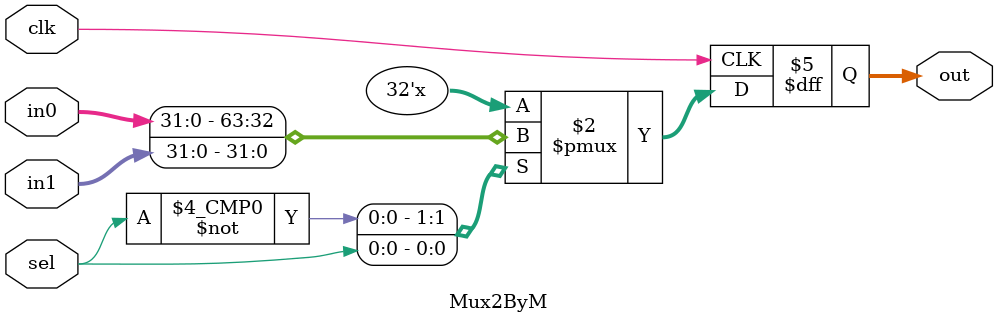
<source format=v>
/*
 * Mux
 * ----------------
 * By: Rui van de Ven
 * For: Group 33, ELEC5566M
 * Date: 28/04/2024
 *
 * Description
 * -----------
 * part of the Calculation Pipeline, will be used to enable Paralizing the Calc modules
 * 
 */
 
 module Mux2ByM #(
    //parameters
	 parameter N = 2, //number of outputs
	 parameter M = 32 //Bit Width
)(
    //Declare input and output ports
	 input clk, //clk in to make it synchronous
	 input sel, //select bit
	 input [M-1:0]in0,
	 input [M-1:0]in1,
	 output reg [M-1:0] out
);

	always @(posedge clk) begin
		case(sel)
			2'h0:	out <= in0;
			2'h1:	out <= in1;
			default : $display("Invalid sel input");
		endcase
	end
endmodule
</source>
